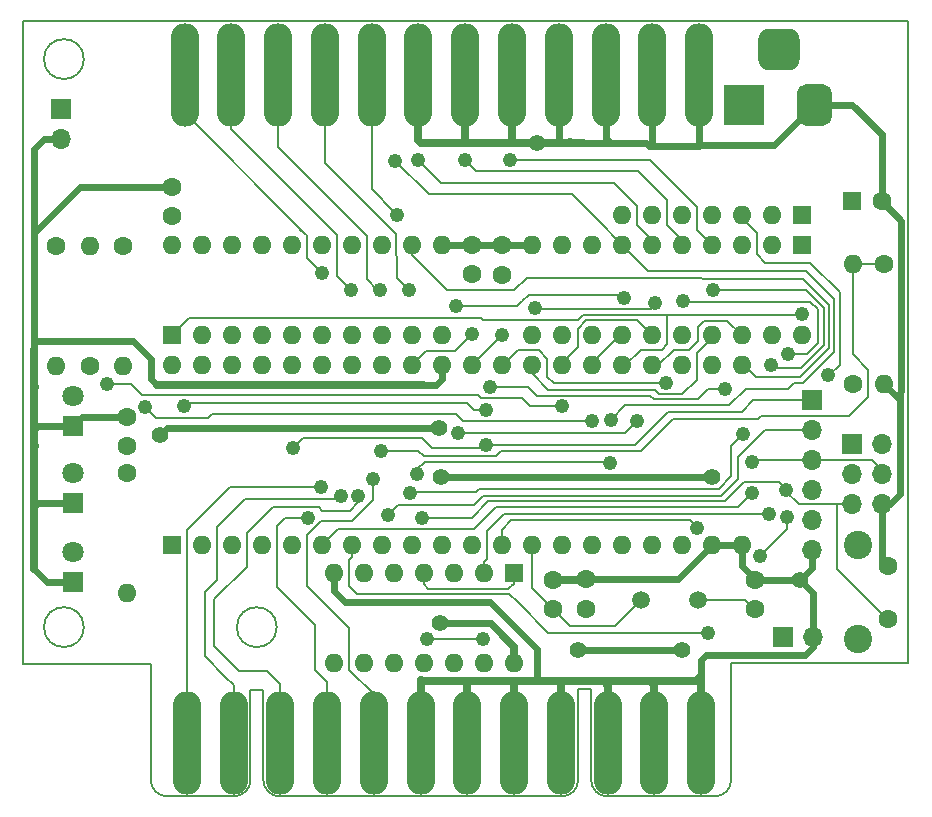
<source format=gbl>
G04 #@! TF.GenerationSoftware,KiCad,Pcbnew,(5.1.9)-1*
G04 #@! TF.CreationDate,2021-05-14T21:12:05-04:00*
G04 #@! TF.ProjectId,CBM-SD,43424d2d-5344-42e6-9b69-6361645f7063,rev?*
G04 #@! TF.SameCoordinates,Original*
G04 #@! TF.FileFunction,Copper,L2,Bot*
G04 #@! TF.FilePolarity,Positive*
%FSLAX46Y46*%
G04 Gerber Fmt 4.6, Leading zero omitted, Abs format (unit mm)*
G04 Created by KiCad (PCBNEW (5.1.9)-1) date 2021-05-14 21:12:05*
%MOMM*%
%LPD*%
G01*
G04 APERTURE LIST*
G04 #@! TA.AperFunction,Profile*
%ADD10C,0.200660*%
G04 #@! TD*
G04 #@! TA.AperFunction,ComponentPad*
%ADD11O,1.600000X1.600000*%
G04 #@! TD*
G04 #@! TA.AperFunction,ComponentPad*
%ADD12R,1.600000X1.600000*%
G04 #@! TD*
G04 #@! TA.AperFunction,ComponentPad*
%ADD13O,1.700000X1.700000*%
G04 #@! TD*
G04 #@! TA.AperFunction,ComponentPad*
%ADD14R,1.700000X1.700000*%
G04 #@! TD*
G04 #@! TA.AperFunction,ComponentPad*
%ADD15C,1.600000*%
G04 #@! TD*
G04 #@! TA.AperFunction,ComponentPad*
%ADD16C,2.400000*%
G04 #@! TD*
G04 #@! TA.AperFunction,ComponentPad*
%ADD17R,3.500000X3.500000*%
G04 #@! TD*
G04 #@! TA.AperFunction,ComponentPad*
%ADD18C,1.800000*%
G04 #@! TD*
G04 #@! TA.AperFunction,ComponentPad*
%ADD19R,1.800000X1.800000*%
G04 #@! TD*
G04 #@! TA.AperFunction,ComponentPad*
%ADD20C,1.500000*%
G04 #@! TD*
G04 #@! TA.AperFunction,SMDPad,CuDef*
%ADD21O,2.410000X8.760000*%
G04 #@! TD*
G04 #@! TA.AperFunction,ViaPad*
%ADD22C,1.422400*%
G04 #@! TD*
G04 #@! TA.AperFunction,ViaPad*
%ADD23C,1.219200*%
G04 #@! TD*
G04 #@! TA.AperFunction,Conductor*
%ADD24C,0.660400*%
G04 #@! TD*
G04 #@! TA.AperFunction,Conductor*
%ADD25C,0.203200*%
G04 #@! TD*
G04 #@! TA.AperFunction,Conductor*
%ADD26C,0.600000*%
G04 #@! TD*
G04 #@! TA.AperFunction,Conductor*
%ADD27C,0.200000*%
G04 #@! TD*
G04 APERTURE END LIST*
D10*
X122337228Y-69011800D02*
G75*
G03*
X122337228Y-69011800I-1687228J0D01*
G01*
X122337228Y-117104827D02*
G75*
G03*
X122337228Y-117104827I-1687228J0D01*
G01*
X192151000Y-120142000D02*
X181165500Y-120142000D01*
X192151000Y-65786000D02*
X117221000Y-65786000D01*
X117221000Y-120230900D02*
X117221000Y-65786000D01*
X128003300Y-120230900D02*
X117221000Y-120230900D01*
X128003300Y-130035300D02*
X128003300Y-120230900D01*
X138669428Y-117106700D02*
G75*
G03*
X138669428Y-117106700I-1687228J0D01*
G01*
X177152300Y-120142000D02*
X177152300Y-120192800D01*
X181165500Y-120142000D02*
X177152300Y-120142000D01*
X192151000Y-114109500D02*
X192151000Y-120142000D01*
X177152300Y-130035300D02*
X177152300Y-120192800D01*
X166674800Y-131432300D02*
X175755300Y-131432300D01*
X138925300Y-131432300D02*
X162801300Y-131432300D01*
X129400300Y-131432300D02*
X135051800Y-131432300D01*
X136448800Y-122415300D02*
X136448800Y-130035300D01*
X137528300Y-130035300D02*
X137528300Y-122415300D01*
X164198300Y-122351800D02*
X164198300Y-130035300D01*
X165277800Y-130035300D02*
X165277800Y-122351800D01*
X129400300Y-131432300D02*
G75*
G02*
X128003300Y-130035300I0J1397000D01*
G01*
X136448800Y-130035300D02*
G75*
G02*
X135051800Y-131432300I-1397000J0D01*
G01*
X138925300Y-131432300D02*
G75*
G02*
X137528300Y-130035300I0J1397000D01*
G01*
X164198300Y-130035300D02*
G75*
G02*
X162801300Y-131432300I-1397000J0D01*
G01*
X166674800Y-131432300D02*
G75*
G02*
X165277800Y-130035300I0J1397000D01*
G01*
X177152300Y-130035300D02*
G75*
G02*
X175755300Y-131432300I-1397000J0D01*
G01*
X136448800Y-122415300D02*
X137528300Y-122415300D01*
X165277800Y-122351800D02*
X164198300Y-122351800D01*
X192151000Y-65786000D02*
X192151000Y-114109500D01*
D11*
X129794000Y-94932500D03*
X178054000Y-110172500D03*
X132334000Y-94932500D03*
X175514000Y-110172500D03*
X134874000Y-94932500D03*
X172974000Y-110172500D03*
X137414000Y-94932500D03*
X170434000Y-110172500D03*
X139954000Y-94932500D03*
X167894000Y-110172500D03*
X142494000Y-94932500D03*
X165354000Y-110172500D03*
X145034000Y-94932500D03*
X162814000Y-110172500D03*
X147574000Y-94932500D03*
X160274000Y-110172500D03*
X150114000Y-94932500D03*
X157734000Y-110172500D03*
X152654000Y-94932500D03*
X155194000Y-110172500D03*
X155194000Y-94932500D03*
X152654000Y-110172500D03*
X157734000Y-94932500D03*
X150114000Y-110172500D03*
X160274000Y-94932500D03*
X147574000Y-110172500D03*
X162814000Y-94932500D03*
X145034000Y-110172500D03*
X165354000Y-94932500D03*
X142494000Y-110172500D03*
X167894000Y-94932500D03*
X139954000Y-110172500D03*
X170434000Y-94932500D03*
X137414000Y-110172500D03*
X172974000Y-94932500D03*
X134874000Y-110172500D03*
X175514000Y-94932500D03*
X132334000Y-110172500D03*
X178054000Y-94932500D03*
D12*
X129794000Y-110172500D03*
D13*
X184099200Y-117906800D03*
D14*
X181559200Y-117906800D03*
D15*
X190411100Y-111887000D03*
D16*
X187911740Y-110136940D03*
X187911740Y-118137940D03*
D15*
X190411100Y-116387880D03*
D14*
X187413900Y-101600000D03*
D13*
X189953900Y-101600000D03*
X187413900Y-104140000D03*
X189953900Y-104140000D03*
X187413900Y-106680000D03*
X189953900Y-106680000D03*
D11*
X158750000Y-120142000D03*
X143510000Y-112522000D03*
X156210000Y-120142000D03*
X146050000Y-112522000D03*
X153670000Y-120142000D03*
X148590000Y-112522000D03*
X151130000Y-120142000D03*
X151130000Y-112522000D03*
X148590000Y-120142000D03*
X153670000Y-112522000D03*
X146050000Y-120142000D03*
X156210000Y-112522000D03*
X143510000Y-120142000D03*
D12*
X158750000Y-112522000D03*
D11*
X125996700Y-114236500D03*
D15*
X125996700Y-104076500D03*
D11*
X167894000Y-82232500D03*
X170434000Y-82232500D03*
X172974000Y-82232500D03*
X175514000Y-82232500D03*
X178054000Y-82232500D03*
X180594000Y-82232500D03*
D12*
X183134000Y-82232500D03*
G04 #@! TA.AperFunction,ComponentPad*
G36*
G01*
X182943700Y-67323000D02*
X182943700Y-69073000D01*
G75*
G02*
X182068700Y-69948000I-875000J0D01*
G01*
X180318700Y-69948000D01*
G75*
G02*
X179443700Y-69073000I0J875000D01*
G01*
X179443700Y-67323000D01*
G75*
G02*
X180318700Y-66448000I875000J0D01*
G01*
X182068700Y-66448000D01*
G75*
G02*
X182943700Y-67323000I0J-875000D01*
G01*
G37*
G04 #@! TD.AperFunction*
G04 #@! TA.AperFunction,ComponentPad*
G36*
G01*
X185693700Y-71898000D02*
X185693700Y-73898000D01*
G75*
G02*
X184943700Y-74648000I-750000J0D01*
G01*
X183443700Y-74648000D01*
G75*
G02*
X182693700Y-73898000I0J750000D01*
G01*
X182693700Y-71898000D01*
G75*
G02*
X183443700Y-71148000I750000J0D01*
G01*
X184943700Y-71148000D01*
G75*
G02*
X185693700Y-71898000I0J-750000D01*
G01*
G37*
G04 #@! TD.AperFunction*
D17*
X178193700Y-72898000D03*
D18*
X121462800Y-97497900D03*
D19*
X121462800Y-100037900D03*
D18*
X121450100Y-110782100D03*
D19*
X121450100Y-113322100D03*
D18*
X121450100Y-104076500D03*
D19*
X121450100Y-106616500D03*
D11*
X122872500Y-84836000D03*
D15*
X122872500Y-94996000D03*
D11*
X125691900Y-94996000D03*
D15*
X125691900Y-84836000D03*
D11*
X120015000Y-94996000D03*
D15*
X120015000Y-84836000D03*
D20*
X174361500Y-114808000D03*
X169481500Y-114808000D03*
D15*
X126009400Y-101790500D03*
X126009400Y-99290500D03*
X129819400Y-82319500D03*
X129819400Y-79819500D03*
X157721300Y-84785200D03*
X157721300Y-87285200D03*
X155194000Y-84747100D03*
X155194000Y-87247100D03*
X164846000Y-115555400D03*
X164846000Y-113055400D03*
X162052000Y-115593500D03*
X162052000Y-113093500D03*
X179146200Y-115606200D03*
X179146200Y-113106200D03*
D11*
X187439300Y-86385400D03*
D15*
X187439300Y-96545400D03*
X189901200Y-81051400D03*
D12*
X187401200Y-81051400D03*
D11*
X183134000Y-92392500D03*
X160274000Y-84772500D03*
X180594000Y-92392500D03*
X162814000Y-84772500D03*
X178054000Y-92392500D03*
X165354000Y-84772500D03*
X175514000Y-92392500D03*
X167894000Y-84772500D03*
X172974000Y-92392500D03*
X170434000Y-84772500D03*
X170434000Y-92392500D03*
X172974000Y-84772500D03*
X167894000Y-92392500D03*
X175514000Y-84772500D03*
X165354000Y-92392500D03*
X178054000Y-84772500D03*
X162814000Y-92392500D03*
X180594000Y-84772500D03*
X160274000Y-92392500D03*
D12*
X183134000Y-84772500D03*
D11*
X129794000Y-84772500D03*
X152654000Y-92392500D03*
X132334000Y-84772500D03*
X150114000Y-92392500D03*
X134874000Y-84772500D03*
X147574000Y-92392500D03*
X137414000Y-84772500D03*
X145034000Y-92392500D03*
X139954000Y-84772500D03*
X142494000Y-92392500D03*
X142494000Y-84772500D03*
X139954000Y-92392500D03*
X145034000Y-84772500D03*
X137414000Y-92392500D03*
X147574000Y-84772500D03*
X134874000Y-92392500D03*
X150114000Y-84772500D03*
X132334000Y-92392500D03*
X152654000Y-84772500D03*
D12*
X129794000Y-92392500D03*
D11*
X190093600Y-96532700D03*
D15*
X190093600Y-86372700D03*
D13*
X183997600Y-110591600D03*
X183997600Y-108051600D03*
X183997600Y-105511600D03*
X183997600Y-102971600D03*
X183997600Y-100431600D03*
D14*
X183997600Y-97891600D03*
D21*
X174433500Y-70332600D03*
X170473500Y-70332600D03*
X166513500Y-70332600D03*
X162553500Y-70332600D03*
X158593500Y-70332600D03*
X154633500Y-70332600D03*
X150673500Y-70332600D03*
X146713500Y-70332600D03*
X142753500Y-70332600D03*
X138793500Y-70332600D03*
X134833500Y-70332600D03*
X130873500Y-70332600D03*
X174612300Y-126923800D03*
X170652300Y-126923800D03*
X166692300Y-126923800D03*
X162732300Y-126923800D03*
X158772300Y-126923800D03*
X154812300Y-126923800D03*
X150852300Y-126923800D03*
X146892300Y-126923800D03*
X142932300Y-126923800D03*
X138972300Y-126923800D03*
X135012300Y-126923800D03*
X131052300Y-126923800D03*
D13*
X120370600Y-75742800D03*
D14*
X120370600Y-73202800D03*
D22*
X152463500Y-116776500D03*
D23*
X148844000Y-82169000D03*
X149860000Y-88582500D03*
X141287500Y-107886500D03*
X147447000Y-88519000D03*
X147447000Y-88519000D03*
X144970500Y-88582500D03*
X144081500Y-105981500D03*
X142430500Y-105219500D03*
X142494000Y-87122000D03*
X154051000Y-100647500D03*
X153860500Y-89916000D03*
X168084500Y-89217500D03*
X183134000Y-90551000D03*
X171640500Y-96456500D03*
X160528000Y-90106500D03*
X170688000Y-89662000D03*
D22*
X152425400Y-100228400D03*
D23*
X155194000Y-92312500D03*
X174244000Y-108673900D03*
X157734000Y-92392500D03*
X156362400Y-98717100D03*
X145554700Y-105994200D03*
X156718000Y-96748600D03*
X175577500Y-88557100D03*
X180530500Y-94945200D03*
X149961600Y-105714800D03*
X173050200Y-89522300D03*
X181965600Y-93954600D03*
X166966900Y-99555300D03*
X140017500Y-101955600D03*
D22*
X160731200Y-76136500D03*
X183007000Y-113106200D03*
X128790700Y-100838000D03*
X152577800Y-104419400D03*
X175564800Y-104406700D03*
X172974000Y-119011700D03*
X164198300Y-119011700D03*
D23*
X130810000Y-98399600D03*
X146799300Y-104546400D03*
X176618900Y-96964500D03*
X158432500Y-77533500D03*
X178168300Y-100787200D03*
X151396700Y-118135400D03*
X156159200Y-118135400D03*
X154609800Y-77533500D03*
X180319942Y-107518200D03*
X150660100Y-77558900D03*
X169164000Y-99644200D03*
X166878000Y-103187500D03*
X150583900Y-104178100D03*
X148678900Y-77609700D03*
X156400500Y-101663500D03*
X178879500Y-105765600D03*
X178917600Y-103136700D03*
X179616100Y-111099600D03*
X181889400Y-107810300D03*
X175171100Y-117589300D03*
X148069300Y-107581700D03*
X150952200Y-107861100D03*
X181800500Y-105473500D03*
X185356500Y-95770700D03*
X162839400Y-98412300D03*
X124282200Y-96532700D03*
X165354000Y-99631500D03*
X127546100Y-98501200D03*
X147535900Y-102158800D03*
D24*
X163535500Y-76050000D02*
X163449000Y-76136500D01*
X159004000Y-76136500D02*
X160083500Y-76136500D01*
X157734000Y-76136500D02*
X155575000Y-76136500D01*
X166692300Y-126923800D02*
X166692300Y-122016800D01*
X162732300Y-126923800D02*
X162732300Y-122039800D01*
X158772300Y-126923800D02*
X158772300Y-121935800D01*
X170311800Y-121653300D02*
X170652300Y-121993800D01*
X154812300Y-126923800D02*
X154812300Y-121768300D01*
X170652300Y-121993800D02*
X170652300Y-126923800D01*
X154812300Y-121768300D02*
X154927300Y-121653300D01*
X166674800Y-121653300D02*
X166674800Y-121999300D01*
X166674800Y-121653300D02*
X170311800Y-121653300D01*
X166674800Y-121999300D02*
X166692300Y-122016800D01*
X162737800Y-121653300D02*
X166674800Y-121653300D01*
X162737800Y-122034300D02*
X162732300Y-122039800D01*
X162737800Y-121653300D02*
X162737800Y-122034300D01*
X174612300Y-126923800D02*
X174612300Y-121272300D01*
X150926800Y-121653300D02*
X150863300Y-121589800D01*
X154927300Y-121653300D02*
X150926800Y-121653300D01*
X150852300Y-126923800D02*
X150863300Y-121589800D01*
X174231300Y-121653300D02*
X174612300Y-121272300D01*
X170311800Y-121653300D02*
X174231300Y-121653300D01*
X118173500Y-101790500D02*
X118110000Y-101727000D01*
X118110000Y-93599000D02*
X118110000Y-96710500D01*
X158750000Y-120142000D02*
X158750000Y-118745000D01*
X158750000Y-118745000D02*
X157861000Y-117856000D01*
D25*
X150114000Y-94932500D02*
X150118098Y-94932500D01*
X150118098Y-94932500D02*
X151343918Y-93706680D01*
X153799820Y-93706680D02*
X155194000Y-92312500D01*
X151343918Y-93706680D02*
X153799820Y-93706680D01*
X157734000Y-110172500D02*
X157734000Y-108839000D01*
X162052000Y-115593500D02*
X162155500Y-115593500D01*
X155194000Y-94932500D02*
X157734000Y-92392500D01*
X147764500Y-81089500D02*
X148844000Y-82169000D01*
X150114000Y-92392500D02*
X150114000Y-92456000D01*
X149860000Y-88582500D02*
X148844000Y-87566500D01*
X148844000Y-87566500D02*
X148780500Y-83820000D01*
X148780500Y-83820000D02*
X146558000Y-81597500D01*
X147447000Y-88519000D02*
X147193000Y-88519000D01*
X147193000Y-88519000D02*
X146304000Y-87630000D01*
X146304000Y-83947000D02*
X144526000Y-82169000D01*
X146304000Y-87630000D02*
X146304000Y-83947000D01*
X143764000Y-87376000D02*
X144970500Y-88582500D01*
X143764000Y-83883500D02*
X143764000Y-87376000D01*
X143764000Y-83883500D02*
X142684500Y-82804000D01*
X143827500Y-106235500D02*
X144081500Y-105981500D01*
X141224000Y-85852000D02*
X142494000Y-87122000D01*
X141224000Y-83883500D02*
X141224000Y-85852000D01*
X175514000Y-84772500D02*
X174244000Y-83502500D01*
X172974000Y-84772500D02*
X172974000Y-84836000D01*
X156464000Y-111315500D02*
X156464000Y-108966000D01*
X156210000Y-111569500D02*
X156464000Y-111315500D01*
X156210000Y-112522000D02*
X156210000Y-111569500D01*
X171704000Y-83058000D02*
X171704000Y-80962500D01*
X172974000Y-84328000D02*
X171704000Y-83058000D01*
X172974000Y-84772500D02*
X172974000Y-84328000D01*
X169164000Y-83058000D02*
X169164000Y-81470500D01*
X170434000Y-84328000D02*
X169164000Y-83058000D01*
X170434000Y-84772500D02*
X170434000Y-84328000D01*
X154051000Y-100647500D02*
X161099500Y-100647500D01*
X167894000Y-84772500D02*
X167894000Y-84709000D01*
X178054000Y-94932500D02*
X178244500Y-94932500D01*
X176911000Y-91249500D02*
X178054000Y-92392500D01*
X170434000Y-94932500D02*
X170942000Y-94932500D01*
X170942000Y-94932500D02*
X172275500Y-93599000D01*
X172275500Y-93599000D02*
X173609000Y-93599000D01*
X173609000Y-93599000D02*
X174307500Y-92900500D01*
X174307500Y-92900500D02*
X174307500Y-91694000D01*
X174307500Y-91694000D02*
X174815500Y-91186000D01*
X174815500Y-91186000D02*
X176847500Y-91186000D01*
X176847500Y-91186000D02*
X176911000Y-91249500D01*
X167830500Y-88963500D02*
X168084500Y-89217500D01*
X160020000Y-88963500D02*
X167830500Y-88963500D01*
X153860500Y-89916000D02*
X159004000Y-89916000D01*
X159448500Y-89471500D02*
X160020000Y-88963500D01*
X159004000Y-89916000D02*
X159448500Y-89471500D01*
X167894000Y-94932500D02*
X168148000Y-94932500D01*
X168148000Y-94932500D02*
X169481500Y-93599000D01*
X169481500Y-93599000D02*
X171259500Y-93599000D01*
X171704000Y-93154500D02*
X171704000Y-90678000D01*
X171259500Y-93599000D02*
X171704000Y-93154500D01*
X183007000Y-90678000D02*
X183134000Y-90551000D01*
X171704000Y-90678000D02*
X183007000Y-90678000D01*
X131254500Y-90932000D02*
X129794000Y-92392500D01*
X155448000Y-90932000D02*
X131254500Y-90932000D01*
X155703814Y-90930186D02*
X155448000Y-90932000D01*
X164592000Y-90678000D02*
X164147500Y-91122500D01*
X155954186Y-90930186D02*
X155703814Y-90930186D01*
X171704000Y-90678000D02*
X164592000Y-90678000D01*
X164147500Y-91122500D02*
X156146500Y-91122500D01*
X156146500Y-91122500D02*
X155954186Y-90930186D01*
X165354000Y-94932500D02*
X165354000Y-94742000D01*
X167703500Y-92392500D02*
X167894000Y-92392500D01*
X165354000Y-94742000D02*
X167703500Y-92392500D01*
X169386250Y-91344750D02*
X170434000Y-92392500D01*
X169164000Y-91122500D02*
X169386250Y-91344750D01*
X164147500Y-91821000D02*
X164846000Y-91122500D01*
X162814000Y-94742000D02*
X164147500Y-93408500D01*
X162814000Y-94932500D02*
X162814000Y-94742000D01*
X164147500Y-93408500D02*
X164147500Y-91821000D01*
X164846000Y-91122500D02*
X169164000Y-91122500D01*
X175514000Y-92392500D02*
X175514000Y-92646500D01*
X175514000Y-92646500D02*
X174244000Y-93916500D01*
X174244000Y-93916500D02*
X174244000Y-96139000D01*
X178054000Y-81724500D02*
X178054000Y-82232500D01*
X157734000Y-94932500D02*
X157797500Y-94932500D01*
X157797500Y-94932500D02*
X159067500Y-93662500D01*
X159067500Y-93662500D02*
X160845500Y-93662500D01*
X160845500Y-93662500D02*
X161544000Y-94361000D01*
X161544000Y-94361000D02*
X161544000Y-95885000D01*
X161544000Y-95885000D02*
X162115500Y-96456500D01*
X162115500Y-96456500D02*
X171640500Y-96456500D01*
X160528000Y-90106500D02*
X160591500Y-90170000D01*
X160591500Y-90170000D02*
X170370500Y-90170000D01*
X170370500Y-90170000D02*
X170688000Y-89852500D01*
X170688000Y-89852500D02*
X170688000Y-89662000D01*
X158750000Y-112522000D02*
X158750000Y-113411000D01*
X151130000Y-113474500D02*
X151130000Y-112522000D01*
X158242000Y-113855500D02*
X158496000Y-113601500D01*
X151511000Y-113855500D02*
X151130000Y-113474500D01*
X151511000Y-113855500D02*
X158242000Y-113855500D01*
X158750000Y-113411000D02*
X158496000Y-113601500D01*
D26*
X164617400Y-76136500D02*
X164985700Y-76136500D01*
D24*
X163449000Y-76136500D02*
X164617400Y-76136500D01*
D26*
X178054000Y-110172500D02*
X175514000Y-110172500D01*
X152654000Y-84772500D02*
X160274000Y-84772500D01*
D24*
X164807900Y-113093500D02*
X164846000Y-113055400D01*
X162052000Y-113093500D02*
X164807900Y-113093500D01*
D26*
X178054000Y-110172500D02*
X178054000Y-111442500D01*
D24*
X118173500Y-96774000D02*
X118110000Y-96710500D01*
D26*
X151066500Y-96570800D02*
X152184100Y-96570800D01*
X152654000Y-96100900D02*
X152654000Y-94932500D01*
X152184100Y-96570800D02*
X152654000Y-96100900D01*
D25*
X157734000Y-108839000D02*
X158515050Y-108057950D01*
D27*
X173628050Y-108057950D02*
X174244000Y-108673900D01*
X158515050Y-108057950D02*
X173628050Y-108057950D01*
X160274000Y-113815500D02*
X162052000Y-115593500D01*
X160274000Y-110172500D02*
X160274000Y-113815500D01*
X155359100Y-98717100D02*
X156362400Y-98717100D01*
X154800300Y-98158300D02*
X155359100Y-98717100D01*
X145554700Y-106540300D02*
X145554700Y-105994200D01*
X144856200Y-107238800D02*
X145554700Y-106540300D01*
X142227300Y-106934000D02*
X142532100Y-107238800D01*
X142532100Y-107238800D02*
X144856200Y-107238800D01*
D25*
X131052300Y-126923800D02*
X131051495Y-121551895D01*
D27*
X149987000Y-105689400D02*
X149961600Y-105714800D01*
X155536900Y-105689400D02*
X149987000Y-105689400D01*
X184981850Y-93237050D02*
X184981850Y-90062050D01*
X183070500Y-95148400D02*
X184981850Y-93237050D01*
X180733700Y-95148400D02*
X183070500Y-95148400D01*
X180530500Y-94945200D02*
X180733700Y-95148400D01*
D25*
X174244000Y-83502500D02*
X174244000Y-81546700D01*
D27*
X183476900Y-88557100D02*
X184816750Y-89896950D01*
X175577500Y-88557100D02*
X183476900Y-88557100D01*
X184816750Y-89896950D02*
X184035700Y-89115900D01*
X184981850Y-90062050D02*
X184816750Y-89896950D01*
D25*
X173050200Y-89522300D02*
X173088300Y-89560400D01*
X173088300Y-89560400D02*
X183857900Y-89560400D01*
X183857900Y-89560400D02*
X184467500Y-90170000D01*
X156464000Y-108966000D02*
X157911800Y-107518200D01*
D27*
X169964100Y-107518200D02*
X170243500Y-107518200D01*
X157911800Y-107518200D02*
X169964100Y-107518200D01*
X183159400Y-93954600D02*
X183540400Y-93954600D01*
D25*
X184467500Y-90170000D02*
X184467500Y-93027500D01*
D27*
X183540400Y-93954600D02*
X184467500Y-93027500D01*
D25*
X183159400Y-93954600D02*
X181965600Y-93954600D01*
D27*
X169236622Y-78495122D02*
X171634150Y-80892650D01*
D25*
X171704000Y-80962500D02*
X171634150Y-80892650D01*
D27*
X170243500Y-107518200D02*
X180319942Y-107518200D01*
X167195500Y-79502000D02*
X169164000Y-81470500D01*
D25*
X185591450Y-89071450D02*
X183451500Y-86931500D01*
D27*
X163639500Y-80454500D02*
X165760400Y-82575400D01*
D25*
X167894000Y-84709000D02*
X165760400Y-82575400D01*
X184594500Y-88963500D02*
X183197500Y-87630000D01*
D27*
X184848500Y-89217500D02*
X184848500Y-89255600D01*
D25*
X184848500Y-89217500D02*
X184594500Y-88963500D01*
D27*
X178054000Y-94932500D02*
X178231800Y-94932500D01*
X178231800Y-94932500D02*
X179247800Y-95948500D01*
X185407300Y-89814400D02*
X185407300Y-93497400D01*
X185407300Y-93497400D02*
X182956200Y-95948500D01*
X179247800Y-95948500D02*
X182956200Y-95948500D01*
X184848500Y-89255600D02*
X185407300Y-89814400D01*
X166269202Y-87567302D02*
X159828698Y-87567302D01*
D25*
X183197500Y-87630000D02*
X166269202Y-87567302D01*
D27*
X159828698Y-87567302D02*
X158800800Y-88595200D01*
X150114000Y-85585300D02*
X153123900Y-88595200D01*
X150114000Y-84772500D02*
X150114000Y-85585300D01*
X158800800Y-88595200D02*
X153123900Y-88595200D01*
D25*
X156908500Y-107251500D02*
X157206950Y-106953050D01*
D27*
X156047749Y-108112251D02*
X157206950Y-106953050D01*
X156047749Y-108112251D02*
X156047749Y-108137651D01*
X156047749Y-108137651D02*
X155397200Y-108788200D01*
X143878300Y-108788200D02*
X142494000Y-110172500D01*
X155397200Y-108788200D02*
X143878300Y-108788200D01*
D26*
X170198400Y-76356200D02*
X169978700Y-76136500D01*
D24*
X158593500Y-76018100D02*
X158711900Y-76136500D01*
X158593500Y-70332600D02*
X158593500Y-76018100D01*
X158711900Y-76136500D02*
X157734000Y-76136500D01*
X159004000Y-76136500D02*
X158711900Y-76136500D01*
X154633500Y-75858800D02*
X154355800Y-76136500D01*
X154633500Y-70332600D02*
X154633500Y-75858800D01*
X154355800Y-76136500D02*
X151638000Y-76136500D01*
X155575000Y-76136500D02*
X154355800Y-76136500D01*
X150673500Y-75895900D02*
X150914100Y-76136500D01*
X150673500Y-70332600D02*
X150673500Y-75895900D01*
X151638000Y-76136500D02*
X150914100Y-76136500D01*
D26*
X162553500Y-76066500D02*
X162623500Y-76136500D01*
X162553500Y-70332600D02*
X162553500Y-76066500D01*
D24*
X162623500Y-76136500D02*
X163449000Y-76136500D01*
D26*
X166513500Y-75733900D02*
X166916100Y-76136500D01*
X166513500Y-70332600D02*
X166513500Y-75733900D01*
X166916100Y-76136500D02*
X164617400Y-76136500D01*
X169978700Y-76136500D02*
X166916100Y-76136500D01*
X170473500Y-76214100D02*
X170615600Y-76356200D01*
X170473500Y-70332600D02*
X170473500Y-76214100D01*
X170615600Y-76356200D02*
X170198400Y-76356200D01*
X174433500Y-76310200D02*
X174387500Y-76356200D01*
X174433500Y-70332600D02*
X174433500Y-76310200D01*
X174387500Y-76356200D02*
X170615600Y-76356200D01*
D24*
X160731200Y-76136500D02*
X162623500Y-76136500D01*
X160083500Y-76136500D02*
X160731200Y-76136500D01*
D26*
X122047000Y-79819500D02*
X118110000Y-83756500D01*
X129819400Y-79819500D02*
X122047000Y-79819500D01*
X118110000Y-83756500D02*
X118110000Y-80416400D01*
X118110000Y-92900500D02*
X126504700Y-92900500D01*
X118110000Y-93599000D02*
X118110000Y-92900500D01*
X118110000Y-92900500D02*
X118110000Y-83756500D01*
X126504700Y-92900500D02*
X127990600Y-94386400D01*
X127990600Y-96113600D02*
X128521517Y-96644517D01*
X127990600Y-94386400D02*
X127990600Y-96113600D01*
D24*
X151066500Y-96570800D02*
X128521517Y-96644517D01*
D26*
X183997600Y-112115600D02*
X183997600Y-110591600D01*
X183007000Y-113106200D02*
X183997600Y-112115600D01*
X181635400Y-113106200D02*
X183007000Y-113106200D01*
X179717700Y-113106200D02*
X181635400Y-113106200D01*
X174612300Y-121272300D02*
X174612300Y-119862600D01*
D24*
X154927300Y-121653300D02*
X160667700Y-121653300D01*
X160667700Y-121653300D02*
X162737800Y-121653300D01*
D26*
X143510000Y-114033300D02*
X143510000Y-112522000D01*
X144475200Y-114998500D02*
X143510000Y-114033300D01*
X156705300Y-114998500D02*
X144475200Y-114998500D01*
X160667700Y-118960900D02*
X156705300Y-114998500D01*
X160667700Y-121653300D02*
X160667700Y-118960900D01*
X172631100Y-113055400D02*
X175514000Y-110172500D01*
X164846000Y-113055400D02*
X172631100Y-113055400D01*
X183007000Y-113106200D02*
X179146200Y-113106200D01*
X179146200Y-113106200D02*
X179146200Y-113042700D01*
X178054000Y-111950500D02*
X178054000Y-110172500D01*
X179146200Y-113042700D02*
X178054000Y-111950500D01*
X184193700Y-72898000D02*
X187413900Y-72898000D01*
X189901200Y-75385300D02*
X189901200Y-81051400D01*
X187413900Y-72898000D02*
X189901200Y-75385300D01*
X184099200Y-118770400D02*
X183375300Y-119494300D01*
X184099200Y-117906800D02*
X184099200Y-118770400D01*
X180594000Y-119494300D02*
X183375300Y-119494300D01*
X174980600Y-119494300D02*
X174815500Y-119659400D01*
X180594000Y-119494300D02*
X174980600Y-119494300D01*
X174612300Y-119862600D02*
X174815500Y-119659400D01*
X189953900Y-111429800D02*
X190411100Y-111887000D01*
X189953900Y-106680000D02*
X189953900Y-111429800D01*
X184099200Y-114198400D02*
X183007000Y-113106200D01*
X184099200Y-117906800D02*
X184099200Y-114198400D01*
X189953900Y-106680000D02*
X190576200Y-106680000D01*
X190576200Y-106680000D02*
X191414400Y-105841800D01*
X191414400Y-105841800D02*
X191414400Y-97713800D01*
X191274700Y-97713800D02*
X190093600Y-96532700D01*
X191414400Y-97713800D02*
X191274700Y-97713800D01*
X191414400Y-97713800D02*
X191414400Y-97249960D01*
X191414400Y-97249960D02*
X191547460Y-97116900D01*
X191547460Y-82697660D02*
X189901200Y-81051400D01*
X191547460Y-97116900D02*
X191547460Y-82697660D01*
X180781500Y-76310200D02*
X184193700Y-72898000D01*
X174433500Y-76310200D02*
X180781500Y-76310200D01*
X118986300Y-75742800D02*
X118110000Y-76619100D01*
X120370600Y-75742800D02*
X118986300Y-75742800D01*
X118110000Y-76619100D02*
X118110000Y-80416400D01*
X122210200Y-99290500D02*
X121462800Y-100037900D01*
X126009400Y-99290500D02*
X122210200Y-99290500D01*
X118491000Y-100037900D02*
X118110000Y-100418900D01*
X121462800Y-100037900D02*
X118491000Y-100037900D01*
D24*
X118110000Y-100418900D02*
X118110000Y-101727000D01*
X118110000Y-96710500D02*
X118110000Y-100418900D01*
D26*
X118414800Y-106616500D02*
X118110000Y-106921300D01*
X121450100Y-106616500D02*
X118414800Y-106616500D01*
D24*
X118110000Y-106921300D02*
X118110000Y-107251500D01*
X118110000Y-101727000D02*
X118110000Y-106921300D01*
D26*
X119253000Y-113322100D02*
X118110000Y-112179100D01*
X121450100Y-113322100D02*
X119253000Y-113322100D01*
D24*
X118110000Y-112179100D02*
X118110000Y-107251500D01*
D26*
X129400300Y-100228400D02*
X128790700Y-100838000D01*
X152425400Y-100228400D02*
X129400300Y-100228400D01*
X175552100Y-104419400D02*
X175564800Y-104406700D01*
X152577800Y-104419400D02*
X175552100Y-104419400D01*
X156781500Y-116776500D02*
X157861000Y-117856000D01*
X152463500Y-116776500D02*
X156781500Y-116776500D01*
X172974000Y-119011700D02*
X172961300Y-118999000D01*
X164211000Y-118999000D02*
X164198300Y-119011700D01*
X172961300Y-118999000D02*
X164211000Y-118999000D01*
D27*
X178348000Y-114808000D02*
X179146200Y-115606200D01*
X174361500Y-114808000D02*
X178348000Y-114808000D01*
X162052000Y-115593500D02*
X162088200Y-115593500D01*
X162088200Y-115593500D02*
X163499800Y-117005100D01*
X167284400Y-117005100D02*
X169481500Y-114808000D01*
X163499800Y-117005100D02*
X167284400Y-117005100D01*
X131051300Y-98158300D02*
X131457700Y-98158300D01*
X130810000Y-98399600D02*
X131051300Y-98158300D01*
X131457700Y-98158300D02*
X154800300Y-98158300D01*
X146713500Y-70332600D02*
X146713500Y-75168200D01*
X146892300Y-126923800D02*
X146892300Y-122787700D01*
X146892300Y-122787700D02*
X144805400Y-120700800D01*
X144805400Y-120700800D02*
X144805400Y-119075200D01*
D25*
X144805400Y-118325900D02*
X144805400Y-119075200D01*
X146862800Y-106311700D02*
X145072100Y-108102400D01*
X145072100Y-108102400D02*
X142430500Y-108102400D01*
X146799300Y-104546400D02*
X146862800Y-106311700D01*
X142430500Y-108102400D02*
X141224000Y-109308900D01*
D27*
X144805400Y-117170200D02*
X141224000Y-113588800D01*
X144805400Y-118325900D02*
X144805400Y-117170200D01*
D25*
X141224000Y-109308900D02*
X141224000Y-113588800D01*
D27*
X146713500Y-80038500D02*
X148844000Y-82169000D01*
X146713500Y-75168200D02*
X146713500Y-80038500D01*
X142753500Y-77793000D02*
X146558000Y-81597500D01*
X142753500Y-70332600D02*
X142753500Y-77793000D01*
X141947900Y-117627400D02*
X141947900Y-120726200D01*
X142932300Y-121710600D02*
X142932300Y-126923800D01*
X141947900Y-120726200D02*
X142932300Y-121710600D01*
D25*
X141287500Y-107886500D02*
X139357100Y-107886500D01*
X139357100Y-107886500D02*
X138709400Y-108534200D01*
X138709400Y-108534200D02*
X138709400Y-113677700D01*
X141947900Y-116916200D02*
X141947900Y-117627400D01*
X138709400Y-113677700D02*
X141947900Y-116916200D01*
D27*
X138793500Y-76436500D02*
X144526000Y-82169000D01*
X138793500Y-70332600D02*
X138793500Y-76436500D01*
D25*
X137871200Y-120802400D02*
X138972300Y-121903500D01*
X135496300Y-120802400D02*
X137871200Y-120802400D01*
D27*
X138972300Y-126923800D02*
X138972300Y-121903500D01*
D25*
X138785600Y-106934000D02*
X138353800Y-106934000D01*
D27*
X138785600Y-106934000D02*
X142227300Y-106934000D01*
D25*
X138353800Y-106934000D02*
X136131300Y-109156500D01*
X136131300Y-109156500D02*
X136131300Y-111988600D01*
X133369050Y-114750850D02*
X133369050Y-118675150D01*
X136131300Y-111988600D02*
X133369050Y-114750850D01*
X133369050Y-118675150D02*
X135496300Y-120802400D01*
D27*
X134833500Y-74953000D02*
X142684500Y-82804000D01*
X134833500Y-70332600D02*
X134833500Y-74953000D01*
D25*
X134261600Y-121285000D02*
X135012300Y-122035700D01*
D27*
X135012300Y-126923800D02*
X135012300Y-122035700D01*
D25*
X138315700Y-106235500D02*
X135966200Y-106235500D01*
X138315700Y-106235500D02*
X143827500Y-106235500D01*
X135966200Y-106235500D02*
X133604000Y-108597700D01*
X133604000Y-108597700D02*
X133604000Y-113118900D01*
X133604000Y-113118900D02*
X132562600Y-114160300D01*
X132562600Y-119586000D02*
X134261600Y-121285000D01*
X132562600Y-114160300D02*
X132562600Y-119586000D01*
D27*
X130873500Y-73561574D02*
X141095413Y-83783487D01*
X130873500Y-70332600D02*
X130873500Y-73561574D01*
D25*
X141095413Y-83783487D02*
X141224000Y-83883500D01*
X140652500Y-83439000D02*
X141095413Y-83783487D01*
X135788400Y-105219500D02*
X134708900Y-105219500D01*
X142430500Y-105219500D02*
X135788400Y-105219500D01*
X134708900Y-105219500D02*
X131064000Y-108864400D01*
X131064000Y-121579100D02*
X131052300Y-121590800D01*
X131064000Y-108864400D02*
X131064000Y-121579100D01*
D27*
X131052300Y-121590800D02*
X131052300Y-121362200D01*
X131052300Y-126923800D02*
X131052300Y-121590800D01*
X175183800Y-96964500D02*
X176618900Y-96964500D01*
X174320200Y-97828100D02*
X175183800Y-96964500D01*
X170637200Y-97828100D02*
X174320200Y-97828100D01*
X170307000Y-97497900D02*
X170637200Y-97828100D01*
X160667700Y-97497900D02*
X170307000Y-97497900D01*
X159918400Y-96748600D02*
X160667700Y-97497900D01*
X156718000Y-96748600D02*
X159918400Y-96748600D01*
X155797250Y-105429050D02*
X169957750Y-105429050D01*
X155797250Y-105429050D02*
X155536900Y-105689400D01*
X169957750Y-105429050D02*
X176079150Y-105429050D01*
X176079150Y-105429050D02*
X177165000Y-104343200D01*
X177165000Y-101790500D02*
X178168300Y-100787200D01*
X177165000Y-104343200D02*
X177165000Y-101790500D01*
X156159200Y-118135400D02*
X151396700Y-118135400D01*
X174244000Y-81534000D02*
X174244000Y-81546700D01*
X170243500Y-77533500D02*
X174244000Y-81534000D01*
X158432500Y-77533500D02*
X170243500Y-77533500D01*
X155571422Y-78495122D02*
X169236622Y-78495122D01*
X154609800Y-77533500D02*
X155571422Y-78495122D01*
X150660100Y-77558900D02*
X152603200Y-79502000D01*
X152603200Y-79502000D02*
X167195500Y-79502000D01*
X167233600Y-100647500D02*
X168160700Y-100647500D01*
X161099500Y-100647500D02*
X167233600Y-100647500D01*
X168160700Y-100647500D02*
X169164000Y-99644200D01*
X185839100Y-89319100D02*
X185591450Y-89071450D01*
X166827200Y-103136700D02*
X166878000Y-103187500D01*
X167919400Y-84772500D02*
X170078400Y-86931500D01*
X167894000Y-84772500D02*
X167919400Y-84772500D01*
D25*
X183451500Y-86931500D02*
X170078400Y-86931500D01*
D27*
X183203850Y-96450150D02*
X185839100Y-93814900D01*
X185839100Y-93814900D02*
X185839100Y-89319100D01*
D25*
X181971950Y-96907350D02*
X182429150Y-96450150D01*
X178415950Y-96907350D02*
X181971950Y-96907350D01*
D27*
X182429150Y-96450150D02*
X183203850Y-96450150D01*
D25*
X150583900Y-103746300D02*
X151193500Y-103136700D01*
X150583900Y-104178100D02*
X150583900Y-103746300D01*
D27*
X151193500Y-103136700D02*
X166827200Y-103136700D01*
X168192450Y-98329750D02*
X166966900Y-99555300D01*
X176993550Y-98329750D02*
X168192450Y-98329750D01*
X176993550Y-98329750D02*
X178415950Y-96907350D01*
X151523700Y-80454500D02*
X151599900Y-80454500D01*
X148678900Y-77609700D02*
X151523700Y-80454500D01*
X151599900Y-80454500D02*
X163639500Y-80454500D01*
D25*
X156337000Y-101917500D02*
X153809700Y-101917500D01*
X156400500Y-101663500D02*
X156337000Y-101917500D01*
D27*
X151790400Y-101917500D02*
X153809700Y-101917500D01*
X150952200Y-101079300D02*
X151790400Y-101917500D01*
X140893800Y-101079300D02*
X150952200Y-101079300D01*
X140017500Y-101955600D02*
X140893800Y-101079300D01*
X169011600Y-101663500D02*
X156400500Y-101663500D01*
X171799250Y-98875850D02*
X169011600Y-101663500D01*
X178047650Y-98875850D02*
X171799250Y-98875850D01*
X179031900Y-97891600D02*
X178047650Y-98875850D01*
X183616600Y-97891600D02*
X179031900Y-97891600D01*
X183997600Y-102971600D02*
X178879500Y-102971600D01*
X179082700Y-102971600D02*
X183997600Y-102971600D01*
X178917600Y-103136700D02*
X179082700Y-102971600D01*
X177692050Y-106953050D02*
X178879500Y-105765600D01*
X157206950Y-106953050D02*
X177692050Y-106953050D01*
X189064900Y-102971600D02*
X190246000Y-104152700D01*
X183997600Y-102971600D02*
X189064900Y-102971600D01*
X145034000Y-110172500D02*
X145034000Y-111188500D01*
X145034000Y-111188500D02*
X144780000Y-111442500D01*
X144780000Y-111442500D02*
X144780000Y-113588800D01*
X181889400Y-108826300D02*
X181889400Y-107810300D01*
X179616100Y-111099600D02*
X181889400Y-108826300D01*
D25*
X175171100Y-117589300D02*
X161658300Y-117589300D01*
X161658300Y-117589300D02*
X159067500Y-114998500D01*
D27*
X158356300Y-114287300D02*
X159067500Y-114998500D01*
X145478500Y-114287300D02*
X158356300Y-114287300D01*
X144780000Y-113588800D02*
X145478500Y-114287300D01*
X183997600Y-100431600D02*
X182867300Y-100431600D01*
X183616600Y-100431600D02*
X182867300Y-100431600D01*
X179984400Y-100431600D02*
X182867300Y-100431600D01*
X178155600Y-102273100D02*
X178155600Y-102260400D01*
X178155600Y-102260400D02*
X179984400Y-100431600D01*
X148920200Y-106730800D02*
X155409900Y-106730800D01*
X148069300Y-107581700D02*
X148920200Y-106730800D01*
X156165550Y-105975150D02*
X176269650Y-105975150D01*
X155409900Y-106730800D02*
X156165550Y-105975150D01*
X177717450Y-104527350D02*
X177717450Y-102711250D01*
X176269650Y-105975150D02*
X177717450Y-104527350D01*
X177717450Y-102711250D02*
X178155600Y-102273100D01*
X173012100Y-97370900D02*
X174244000Y-96139000D01*
X160274000Y-94932500D02*
X160274000Y-95605600D01*
X170675300Y-96989900D02*
X171056300Y-97370900D01*
X161658300Y-96989900D02*
X170675300Y-96989900D01*
X171056300Y-97370900D02*
X173012100Y-97370900D01*
X160274000Y-95605600D02*
X161658300Y-96989900D01*
D25*
X179324000Y-85547200D02*
X180035200Y-86258400D01*
X179324000Y-83743800D02*
X179324000Y-85547200D01*
X178054000Y-82473800D02*
X179324000Y-83743800D01*
X178054000Y-82232500D02*
X178054000Y-82473800D01*
D27*
X150952200Y-107861100D02*
X155219400Y-107848400D01*
X181165500Y-104838500D02*
X181800500Y-105473500D01*
X176622913Y-106460087D02*
X178244500Y-104838500D01*
X178244500Y-104838500D02*
X181165500Y-104838500D01*
X156548887Y-106460087D02*
X176622913Y-106460087D01*
X155219400Y-107848400D02*
X156548887Y-106460087D01*
X187680600Y-106718100D02*
X187706000Y-106692700D01*
X181737000Y-105537000D02*
X182918100Y-106718100D01*
X181800500Y-105473500D02*
X181737000Y-105537000D01*
X186143900Y-106718100D02*
X187680600Y-106718100D01*
X182918100Y-106718100D02*
X186143900Y-106718100D01*
D25*
X183489600Y-86258400D02*
X183667400Y-86258400D01*
X180035200Y-86258400D02*
X182854600Y-86258400D01*
X182854600Y-86258400D02*
X183489600Y-86258400D01*
D27*
X183857900Y-86258400D02*
X182854600Y-86258400D01*
X186338980Y-88739480D02*
X183857900Y-86258400D01*
X186321700Y-94019376D02*
X186338980Y-88739480D01*
X186321700Y-94907100D02*
X186321700Y-94019376D01*
X185458100Y-95770700D02*
X186321700Y-94907100D01*
X185356500Y-95770700D02*
X185458100Y-95770700D01*
D25*
X190365380Y-116387880D02*
X186143900Y-112166400D01*
X190411100Y-116387880D02*
X190365380Y-116387880D01*
D27*
X186143900Y-112166400D02*
X186143900Y-106718100D01*
X159544193Y-97808607D02*
X160147886Y-98412300D01*
X160147886Y-98412300D02*
X162839400Y-98412300D01*
X155714700Y-97485200D02*
X155943300Y-97713800D01*
X159448500Y-97713800D02*
X159544193Y-97808607D01*
X155943300Y-97713800D02*
X159448500Y-97713800D01*
X126301500Y-96532700D02*
X127254000Y-97485200D01*
X124282200Y-96532700D02*
X126301500Y-96532700D01*
X127254000Y-97485200D02*
X155714700Y-97485200D01*
X153873200Y-99060000D02*
X133172200Y-99060000D01*
X154216100Y-99402900D02*
X153873200Y-99060000D01*
X154216100Y-99415600D02*
X154216100Y-99402900D01*
X165354000Y-99631500D02*
X154432000Y-99631500D01*
X154432000Y-99631500D02*
X154216100Y-99415600D01*
X128409700Y-99364800D02*
X127546100Y-98501200D01*
X132867400Y-99364800D02*
X128409700Y-99364800D01*
X133172200Y-99060000D02*
X132867400Y-99364800D01*
X190246000Y-86385400D02*
X187439300Y-86385400D01*
X187439300Y-86385400D02*
X187439300Y-93980000D01*
X187109100Y-99187000D02*
X185039000Y-99187000D01*
X185115200Y-99187000D02*
X185039000Y-99187000D01*
D25*
X188760100Y-97536000D02*
X188715650Y-97580450D01*
X188760100Y-95300800D02*
X188760100Y-97536000D01*
D27*
X188715650Y-97580450D02*
X187109100Y-99187000D01*
X187439300Y-93980000D02*
X188760100Y-95300800D01*
X150609300Y-102158800D02*
X147535900Y-102158800D01*
X151104600Y-102654100D02*
X150609300Y-102158800D01*
X157238700Y-102654100D02*
X151104600Y-102654100D01*
X157695900Y-102196900D02*
X157238700Y-102654100D01*
X169519600Y-102196900D02*
X157695900Y-102196900D01*
X172256450Y-99460050D02*
X169519600Y-102196900D01*
X179431950Y-99460050D02*
X172256450Y-99460050D01*
X179705000Y-99187000D02*
X179431950Y-99460050D01*
X185039000Y-99187000D02*
X179705000Y-99187000D01*
M02*

</source>
